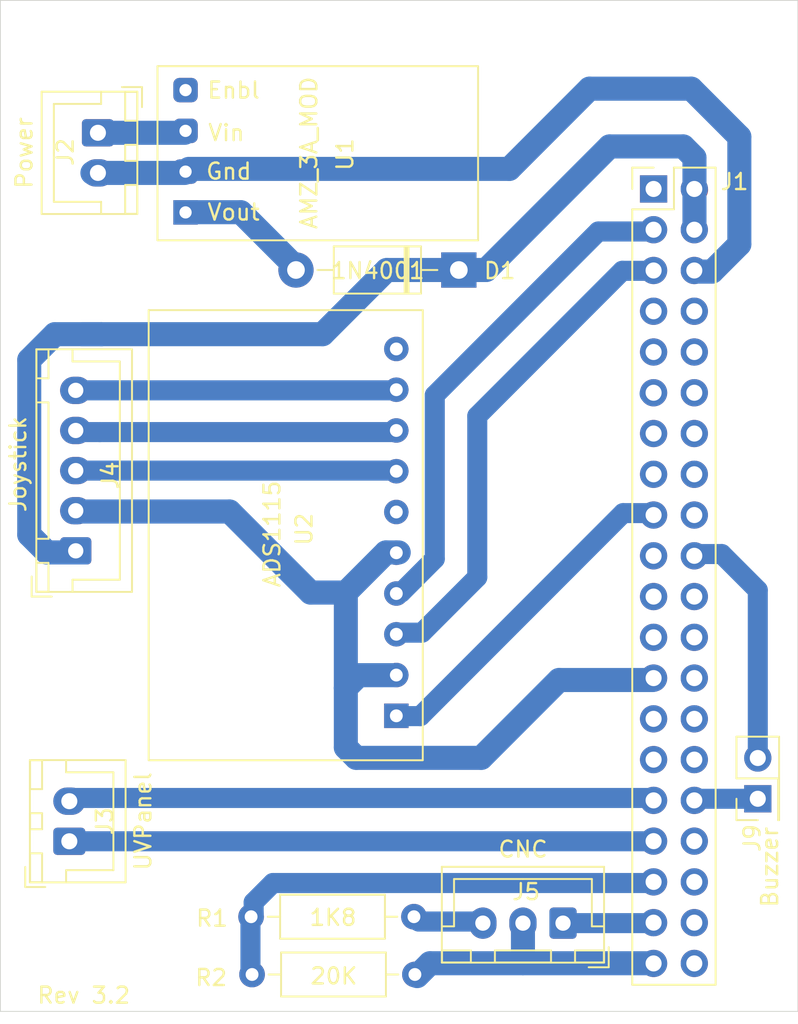
<source format=kicad_pcb>
(kicad_pcb (version 20171130) (host pcbnew "(5.1.8-0-10_14)")

  (general
    (thickness 1.6)
    (drawings 5)
    (tracks 121)
    (zones 0)
    (modules 11)
    (nets 41)
  )

  (page USLetter portrait)
  (layers
    (0 F.Cu signal)
    (1 In1.Cu power hide)
    (2 In2.Cu power hide)
    (31 B.Cu power hide)
    (32 B.Adhes user hide)
    (33 F.Adhes user hide)
    (34 B.Paste user hide)
    (35 F.Paste user hide)
    (36 B.SilkS user hide)
    (37 F.SilkS user)
    (38 B.Mask user hide)
    (39 F.Mask user hide)
    (40 Dwgs.User user hide)
    (41 Cmts.User user hide)
    (42 Eco1.User user hide)
    (43 Eco2.User user hide)
    (44 Edge.Cuts user)
    (45 Margin user hide)
    (46 B.CrtYd user hide)
    (47 F.CrtYd user hide)
    (48 B.Fab user hide)
    (49 F.Fab user hide)
  )

  (setup
    (last_trace_width 1.25)
    (user_trace_width 0.5)
    (user_trace_width 1)
    (user_trace_width 1.5)
    (user_trace_width 2)
    (trace_clearance 0.25)
    (zone_clearance 0.508)
    (zone_45_only no)
    (trace_min 0.2)
    (via_size 0.8)
    (via_drill 0.4)
    (via_min_size 0.4)
    (via_min_drill 0.3)
    (uvia_size 0.3)
    (uvia_drill 0.1)
    (uvias_allowed no)
    (uvia_min_size 0.2)
    (uvia_min_drill 0.1)
    (edge_width 0.05)
    (segment_width 0.2)
    (pcb_text_width 0.3)
    (pcb_text_size 1.5 1.5)
    (mod_edge_width 0.12)
    (mod_text_size 1 1)
    (mod_text_width 0.15)
    (pad_size 1.7 1.7)
    (pad_drill 1)
    (pad_to_mask_clearance 0)
    (aux_axis_origin 10.16 72.136)
    (grid_origin 10.16 72.136)
    (visible_elements FFFEF97F)
    (pcbplotparams
      (layerselection 0x010fc_fffffff9)
      (usegerberextensions false)
      (usegerberattributes true)
      (usegerberadvancedattributes true)
      (creategerberjobfile true)
      (excludeedgelayer true)
      (linewidth 0.100000)
      (plotframeref false)
      (viasonmask false)
      (mode 1)
      (useauxorigin true)
      (hpglpennumber 1)
      (hpglpenspeed 20)
      (hpglpendiameter 15.000000)
      (psnegative false)
      (psa4output false)
      (plotreference true)
      (plotvalue true)
      (plotinvisibletext false)
      (padsonsilk false)
      (subtractmaskfromsilk true)
      (outputformat 1)
      (mirror false)
      (drillshape 0)
      (scaleselection 1)
      (outputdirectory "../gbr/"))
  )

  (net 0 "")
  (net 1 GND)
  (net 2 +5V)
  (net 3 "Net-(J1-Pad40)")
  (net 4 "Net-(J1-Pad38)")
  (net 5 "Net-(J1-Pad36)")
  (net 6 "Net-(J1-Pad28)")
  (net 7 "Net-(J1-Pad27)")
  (net 8 "Net-(J1-Pad26)")
  (net 9 "Net-(J1-Pad24)")
  (net 10 "Net-(J1-Pad22)")
  (net 11 "Net-(J1-Pad18)")
  (net 12 "Net-(J1-Pad16)")
  (net 13 "Net-(J1-Pad12)")
  (net 14 "Net-(J1-Pad10)")
  (net 15 "Net-(J1-Pad7)")
  (net 16 "Net-(D1-Pad2)")
  (net 17 "Net-(U1-Pad4)")
  (net 18 +3V3)
  (net 19 LaserControl)
  (net 20 ZProbe3V3)
  (net 21 SCL)
  (net 22 SDA)
  (net 23 +24V)
  (net 24 ZProbeIn)
  (net 25 Buzzer)
  (net 26 JOYSTICK_SW)
  (net 27 JOYSTICK_Y)
  (net 28 JOYSTICK_X)
  (net 29 "Net-(U2-Pad10)")
  (net 30 "Net-(U2-Pad6)")
  (net 31 "Net-(J1-Pad29)")
  (net 32 "Net-(J1-Pad23)")
  (net 33 "Net-(J1-Pad21)")
  (net 34 "Net-(J1-Pad19)")
  (net 35 "Net-(J1-Pad15)")
  (net 36 "Net-(J1-Pad13)")
  (net 37 "Net-(J1-Pad11)")
  (net 38 UVSafe)
  (net 39 UVExpose)
  (net 40 "Net-(J1-Pad8)")

  (net_class Default "This is the default net class."
    (clearance 0.25)
    (trace_width 1.25)
    (via_dia 0.8)
    (via_drill 0.4)
    (uvia_dia 0.3)
    (uvia_drill 0.1)
    (add_net +24V)
    (add_net +3V3)
    (add_net +5V)
    (add_net Buzzer)
    (add_net GND)
    (add_net JOYSTICK_SW)
    (add_net JOYSTICK_X)
    (add_net JOYSTICK_Y)
    (add_net LaserControl)
    (add_net "Net-(D1-Pad2)")
    (add_net "Net-(J1-Pad10)")
    (add_net "Net-(J1-Pad11)")
    (add_net "Net-(J1-Pad12)")
    (add_net "Net-(J1-Pad13)")
    (add_net "Net-(J1-Pad15)")
    (add_net "Net-(J1-Pad16)")
    (add_net "Net-(J1-Pad18)")
    (add_net "Net-(J1-Pad19)")
    (add_net "Net-(J1-Pad21)")
    (add_net "Net-(J1-Pad22)")
    (add_net "Net-(J1-Pad23)")
    (add_net "Net-(J1-Pad24)")
    (add_net "Net-(J1-Pad26)")
    (add_net "Net-(J1-Pad27)")
    (add_net "Net-(J1-Pad28)")
    (add_net "Net-(J1-Pad29)")
    (add_net "Net-(J1-Pad36)")
    (add_net "Net-(J1-Pad38)")
    (add_net "Net-(J1-Pad40)")
    (add_net "Net-(J1-Pad7)")
    (add_net "Net-(J1-Pad8)")
    (add_net "Net-(U1-Pad4)")
    (add_net "Net-(U2-Pad10)")
    (add_net "Net-(U2-Pad6)")
    (add_net SCL)
    (add_net SDA)
    (add_net UVExpose)
    (add_net UVSafe)
    (add_net ZProbe3V3)
    (add_net ZProbeIn)
  )

  (net_class Power12 ""
    (clearance 0.25)
    (trace_width 2)
    (via_dia 0.8)
    (via_drill 0.4)
    (uvia_dia 0.3)
    (uvia_drill 0.1)
  )

  (net_class Power5 ""
    (clearance 0.25)
    (trace_width 1.25)
    (via_dia 0.8)
    (via_drill 0.4)
    (uvia_dia 0.3)
    (uvia_drill 0.1)
  )

  (module jkoz_custom:Adafruit_ADS1115_Module (layer F.Cu) (tedit 60A3D220) (tstamp 614A5A5C)
    (at 35.26 42.436 90)
    (path /614AA4F0)
    (fp_text reference U2 (at 0.35 -6.15 90) (layer F.SilkS)
      (effects (font (size 1 1) (thickness 0.15)))
    )
    (fp_text value ADS1115 (at 0.05 -8.15 90) (layer F.SilkS)
      (effects (font (size 1 1) (thickness 0.15)))
    )
    (fp_line (start 14 1.25) (end -14.042 1.25) (layer F.SilkS) (width 0.12))
    (fp_line (start 14 1.25) (end 14 -15.85) (layer F.SilkS) (width 0.12))
    (fp_line (start 14 -15.85) (end -14.042 -15.85) (layer F.SilkS) (width 0.12))
    (fp_line (start -14.05 1.25) (end -14.05 -15.85) (layer F.SilkS) (width 0.12))
    (pad 10 thru_hole circle (at 11.58 -0.4 90) (size 1.524 1.524) (drill 0.8) (layers *.Cu *.Mask)
      (net 29 "Net-(U2-Pad10)"))
    (pad 9 thru_hole circle (at 9.04 -0.4 90) (size 1.524 1.524) (drill 0.8) (layers *.Cu *.Mask)
      (net 26 JOYSTICK_SW))
    (pad 8 thru_hole circle (at 6.5 -0.4 90) (size 1.524 1.524) (drill 0.8) (layers *.Cu *.Mask)
      (net 27 JOYSTICK_Y))
    (pad 7 thru_hole circle (at 3.96 -0.4 90) (size 1.524 1.524) (drill 0.8) (layers *.Cu *.Mask)
      (net 28 JOYSTICK_X))
    (pad 6 thru_hole circle (at 1.42 -0.4 90) (size 1.524 1.524) (drill 0.8) (layers *.Cu *.Mask)
      (net 30 "Net-(U2-Pad6)"))
    (pad 5 thru_hole circle (at -1.12 -0.4 90) (size 1.524 1.524) (drill 0.8) (layers *.Cu *.Mask)
      (net 1 GND))
    (pad 4 thru_hole circle (at -3.66 -0.4 90) (size 1.524 1.524) (drill 0.8) (layers *.Cu *.Mask)
      (net 22 SDA))
    (pad 3 thru_hole circle (at -6.2 -0.4 90) (size 1.524 1.524) (drill 0.8) (layers *.Cu *.Mask)
      (net 21 SCL))
    (pad 2 thru_hole circle (at -8.74 -0.4 90) (size 1.524 1.524) (drill 0.8) (layers *.Cu *.Mask)
      (net 1 GND))
    (pad 1 thru_hole rect (at -11.28 -0.4 90) (size 1.524 1.524) (drill 0.8) (layers *.Cu *.Mask)
      (net 18 +3V3))
  )

  (module Connector_JST:JST_XH_B5B-XH-A_1x05_P2.50mm_Vertical (layer F.Cu) (tedit 5C28146C) (tstamp 614A631C)
    (at 14.86 43.436 90)
    (descr "JST XH series connector, B5B-XH-A (http://www.jst-mfg.com/product/pdf/eng/eXH.pdf), generated with kicad-footprint-generator")
    (tags "connector JST XH vertical")
    (path /614AB5E4)
    (fp_text reference J4 (at 4.7 2.15 90) (layer F.SilkS)
      (effects (font (size 1 1) (thickness 0.15)))
    )
    (fp_text value Joystick (at 5.4 -3.6 90) (layer F.SilkS)
      (effects (font (size 1 1) (thickness 0.15)))
    )
    (fp_line (start -2.85 -2.75) (end -2.85 -1.5) (layer F.SilkS) (width 0.12))
    (fp_line (start -1.6 -2.75) (end -2.85 -2.75) (layer F.SilkS) (width 0.12))
    (fp_line (start 11.8 2.75) (end 5 2.75) (layer F.SilkS) (width 0.12))
    (fp_line (start 11.8 -0.2) (end 11.8 2.75) (layer F.SilkS) (width 0.12))
    (fp_line (start 12.55 -0.2) (end 11.8 -0.2) (layer F.SilkS) (width 0.12))
    (fp_line (start -1.8 2.75) (end 5 2.75) (layer F.SilkS) (width 0.12))
    (fp_line (start -1.8 -0.2) (end -1.8 2.75) (layer F.SilkS) (width 0.12))
    (fp_line (start -2.55 -0.2) (end -1.8 -0.2) (layer F.SilkS) (width 0.12))
    (fp_line (start 12.55 -2.45) (end 10.75 -2.45) (layer F.SilkS) (width 0.12))
    (fp_line (start 12.55 -1.7) (end 12.55 -2.45) (layer F.SilkS) (width 0.12))
    (fp_line (start 10.75 -1.7) (end 12.55 -1.7) (layer F.SilkS) (width 0.12))
    (fp_line (start 10.75 -2.45) (end 10.75 -1.7) (layer F.SilkS) (width 0.12))
    (fp_line (start -0.75 -2.45) (end -2.55 -2.45) (layer F.SilkS) (width 0.12))
    (fp_line (start -0.75 -1.7) (end -0.75 -2.45) (layer F.SilkS) (width 0.12))
    (fp_line (start -2.55 -1.7) (end -0.75 -1.7) (layer F.SilkS) (width 0.12))
    (fp_line (start -2.55 -2.45) (end -2.55 -1.7) (layer F.SilkS) (width 0.12))
    (fp_line (start 9.25 -2.45) (end 0.75 -2.45) (layer F.SilkS) (width 0.12))
    (fp_line (start 9.25 -1.7) (end 9.25 -2.45) (layer F.SilkS) (width 0.12))
    (fp_line (start 0.75 -1.7) (end 9.25 -1.7) (layer F.SilkS) (width 0.12))
    (fp_line (start 0.75 -2.45) (end 0.75 -1.7) (layer F.SilkS) (width 0.12))
    (fp_line (start 0 -1.35) (end 0.625 -2.35) (layer F.Fab) (width 0.1))
    (fp_line (start -0.625 -2.35) (end 0 -1.35) (layer F.Fab) (width 0.1))
    (fp_line (start 12.95 -2.85) (end -2.95 -2.85) (layer F.CrtYd) (width 0.05))
    (fp_line (start 12.95 3.9) (end 12.95 -2.85) (layer F.CrtYd) (width 0.05))
    (fp_line (start -2.95 3.9) (end 12.95 3.9) (layer F.CrtYd) (width 0.05))
    (fp_line (start -2.95 -2.85) (end -2.95 3.9) (layer F.CrtYd) (width 0.05))
    (fp_line (start 12.56 -2.46) (end -2.56 -2.46) (layer F.SilkS) (width 0.12))
    (fp_line (start 12.56 3.51) (end 12.56 -2.46) (layer F.SilkS) (width 0.12))
    (fp_line (start -2.56 3.51) (end 12.56 3.51) (layer F.SilkS) (width 0.12))
    (fp_line (start -2.56 -2.46) (end -2.56 3.51) (layer F.SilkS) (width 0.12))
    (fp_line (start 12.45 -2.35) (end -2.45 -2.35) (layer F.Fab) (width 0.1))
    (fp_line (start 12.45 3.4) (end 12.45 -2.35) (layer F.Fab) (width 0.1))
    (fp_line (start -2.45 3.4) (end 12.45 3.4) (layer F.Fab) (width 0.1))
    (fp_line (start -2.45 -2.35) (end -2.45 3.4) (layer F.Fab) (width 0.1))
    (fp_text user %R (at 5 2.7 90) (layer F.Fab)
      (effects (font (size 1 1) (thickness 0.15)))
    )
    (pad 5 thru_hole oval (at 10 0 90) (size 1.7 1.95) (drill 0.95) (layers *.Cu *.Mask)
      (net 26 JOYSTICK_SW))
    (pad 4 thru_hole oval (at 7.5 0 90) (size 1.7 1.95) (drill 0.95) (layers *.Cu *.Mask)
      (net 27 JOYSTICK_Y))
    (pad 3 thru_hole oval (at 5 0 90) (size 1.7 1.95) (drill 0.95) (layers *.Cu *.Mask)
      (net 28 JOYSTICK_X))
    (pad 2 thru_hole oval (at 2.5 0 90) (size 1.7 1.95) (drill 0.95) (layers *.Cu *.Mask)
      (net 1 GND))
    (pad 1 thru_hole roundrect (at 0 0 90) (size 1.7 1.95) (drill 0.95) (layers *.Cu *.Mask) (roundrect_rratio 0.1470588235294118)
      (net 2 +5V))
    (model ${KISYS3DMOD}/Connector_JST.3dshapes/JST_XH_B5B-XH-A_1x05_P2.50mm_Vertical.wrl
      (at (xyz 0 0 0))
      (scale (xyz 1 1 1))
      (rotate (xyz 0 0 0))
    )
  )

  (module Connector_PinHeader_2.54mm:PinHeader_2x01_P2.54mm_Vertical (layer F.Cu) (tedit 59FED5CC) (tstamp 60A967D9)
    (at 57.41 58.886 90)
    (descr "Through hole straight pin header, 2x01, 2.54mm pitch, double rows")
    (tags "Through hole pin header THT 2x01 2.54mm double row")
    (path /60AA1528)
    (fp_text reference J9 (at -2.45 -0.35 90) (layer F.SilkS)
      (effects (font (size 1 1) (thickness 0.15)))
    )
    (fp_text value Buzzer (at -4.25 0.75 90) (layer F.SilkS)
      (effects (font (size 1 1) (thickness 0.15)))
    )
    (fp_line (start 0 -1.27) (end 3.81 -1.27) (layer F.Fab) (width 0.1))
    (fp_line (start 3.81 -1.27) (end 3.81 1.27) (layer F.Fab) (width 0.1))
    (fp_line (start 3.81 1.27) (end -1.27 1.27) (layer F.Fab) (width 0.1))
    (fp_line (start -1.27 1.27) (end -1.27 0) (layer F.Fab) (width 0.1))
    (fp_line (start -1.27 0) (end 0 -1.27) (layer F.Fab) (width 0.1))
    (fp_line (start -1.33 1.33) (end 3.87 1.33) (layer F.SilkS) (width 0.12))
    (fp_line (start -1.33 1.27) (end -1.33 1.33) (layer F.SilkS) (width 0.12))
    (fp_line (start 3.87 -1.33) (end 3.87 1.33) (layer F.SilkS) (width 0.12))
    (fp_line (start -1.33 1.27) (end 1.27 1.27) (layer F.SilkS) (width 0.12))
    (fp_line (start 1.27 1.27) (end 1.27 -1.33) (layer F.SilkS) (width 0.12))
    (fp_line (start 1.27 -1.33) (end 3.87 -1.33) (layer F.SilkS) (width 0.12))
    (fp_line (start -1.33 0) (end -1.33 -1.33) (layer F.SilkS) (width 0.12))
    (fp_line (start -1.33 -1.33) (end 0 -1.33) (layer F.SilkS) (width 0.12))
    (fp_line (start -1.8 -1.8) (end -1.8 1.8) (layer F.CrtYd) (width 0.05))
    (fp_line (start -1.8 1.8) (end 4.35 1.8) (layer F.CrtYd) (width 0.05))
    (fp_line (start 4.35 1.8) (end 4.35 -1.8) (layer F.CrtYd) (width 0.05))
    (fp_line (start 4.35 -1.8) (end -1.8 -1.8) (layer F.CrtYd) (width 0.05))
    (fp_text user %R (at 1.27 0) (layer F.Fab)
      (effects (font (size 1 1) (thickness 0.15)))
    )
    (pad 2 thru_hole oval (at 2.54 0 90) (size 1.7 1.7) (drill 1) (layers *.Cu *.Mask)
      (net 1 GND))
    (pad 1 thru_hole rect (at 0 0 90) (size 1.7 1.7) (drill 1) (layers *.Cu *.Mask)
      (net 25 Buzzer))
    (model ${KISYS3DMOD}/Connector_PinHeader_2.54mm.3dshapes/PinHeader_2x01_P2.54mm_Vertical.wrl
      (at (xyz 0 0 0))
      (scale (xyz 1 1 1))
      (rotate (xyz 0 0 0))
    )
  )

  (module Resistor_THT:R_Axial_DIN0207_L6.3mm_D2.5mm_P10.16mm_Horizontal (layer F.Cu) (tedit 5AE5139B) (tstamp 615B40EC)
    (at 25.86 69.836)
    (descr "Resistor, Axial_DIN0207 series, Axial, Horizontal, pin pitch=10.16mm, 0.25W = 1/4W, length*diameter=6.3*2.5mm^2, http://cdn-reichelt.de/documents/datenblatt/B400/1_4W%23YAG.pdf")
    (tags "Resistor Axial_DIN0207 series Axial Horizontal pin pitch 10.16mm 0.25W = 1/4W length 6.3mm diameter 2.5mm")
    (path /60A42846)
    (fp_text reference R2 (at -2.55 0.2) (layer F.SilkS)
      (effects (font (size 1 1) (thickness 0.15)))
    )
    (fp_text value 20K (at 5.1 0.1) (layer F.SilkS)
      (effects (font (size 1 1) (thickness 0.15)))
    )
    (fp_line (start 11.21 -1.5) (end -1.05 -1.5) (layer F.CrtYd) (width 0.05))
    (fp_line (start 11.21 1.5) (end 11.21 -1.5) (layer F.CrtYd) (width 0.05))
    (fp_line (start -1.05 1.5) (end 11.21 1.5) (layer F.CrtYd) (width 0.05))
    (fp_line (start -1.05 -1.5) (end -1.05 1.5) (layer F.CrtYd) (width 0.05))
    (fp_line (start 9.12 0) (end 8.35 0) (layer F.SilkS) (width 0.12))
    (fp_line (start 1.04 0) (end 1.81 0) (layer F.SilkS) (width 0.12))
    (fp_line (start 8.35 -1.37) (end 1.81 -1.37) (layer F.SilkS) (width 0.12))
    (fp_line (start 8.35 1.37) (end 8.35 -1.37) (layer F.SilkS) (width 0.12))
    (fp_line (start 1.81 1.37) (end 8.35 1.37) (layer F.SilkS) (width 0.12))
    (fp_line (start 1.81 -1.37) (end 1.81 1.37) (layer F.SilkS) (width 0.12))
    (fp_line (start 10.16 0) (end 8.23 0) (layer F.Fab) (width 0.1))
    (fp_line (start 0 0) (end 1.93 0) (layer F.Fab) (width 0.1))
    (fp_line (start 8.23 -1.25) (end 1.93 -1.25) (layer F.Fab) (width 0.1))
    (fp_line (start 8.23 1.25) (end 8.23 -1.25) (layer F.Fab) (width 0.1))
    (fp_line (start 1.93 1.25) (end 8.23 1.25) (layer F.Fab) (width 0.1))
    (fp_line (start 1.93 -1.25) (end 1.93 1.25) (layer F.Fab) (width 0.1))
    (fp_text user %R (at 5.25 2.25) (layer F.Fab)
      (effects (font (size 1 1) (thickness 0.15)))
    )
    (pad 2 thru_hole oval (at 10.16 0) (size 1.6 1.6) (drill 0.8) (layers *.Cu *.Mask)
      (net 1 GND))
    (pad 1 thru_hole circle (at 0 0) (size 1.6 1.6) (drill 0.8) (layers *.Cu *.Mask)
      (net 20 ZProbe3V3))
    (model ${KISYS3DMOD}/Resistor_THT.3dshapes/R_Axial_DIN0207_L6.3mm_D2.5mm_P10.16mm_Horizontal.wrl
      (at (xyz 0 0 0))
      (scale (xyz 1 1 1))
      (rotate (xyz 0 0 0))
    )
  )

  (module Resistor_THT:R_Axial_DIN0207_L6.3mm_D2.5mm_P10.16mm_Horizontal (layer F.Cu) (tedit 5AE5139B) (tstamp 615B4345)
    (at 35.96 66.236 180)
    (descr "Resistor, Axial_DIN0207 series, Axial, Horizontal, pin pitch=10.16mm, 0.25W = 1/4W, length*diameter=6.3*2.5mm^2, http://cdn-reichelt.de/documents/datenblatt/B400/1_4W%23YAG.pdf")
    (tags "Resistor Axial_DIN0207 series Axial Horizontal pin pitch 10.16mm 0.25W = 1/4W length 6.3mm diameter 2.5mm")
    (path /60A41BEC)
    (fp_text reference R1 (at 12.6 -0.1) (layer F.SilkS)
      (effects (font (size 1 1) (thickness 0.15)))
    )
    (fp_text value 1K8 (at 5.05 -0.05) (layer F.SilkS)
      (effects (font (size 1 1) (thickness 0.15)))
    )
    (fp_line (start 11.21 -1.5) (end -1.05 -1.5) (layer F.CrtYd) (width 0.05))
    (fp_line (start 11.21 1.5) (end 11.21 -1.5) (layer F.CrtYd) (width 0.05))
    (fp_line (start -1.05 1.5) (end 11.21 1.5) (layer F.CrtYd) (width 0.05))
    (fp_line (start -1.05 -1.5) (end -1.05 1.5) (layer F.CrtYd) (width 0.05))
    (fp_line (start 9.12 0) (end 8.35 0) (layer F.SilkS) (width 0.12))
    (fp_line (start 1.04 0) (end 1.81 0) (layer F.SilkS) (width 0.12))
    (fp_line (start 8.35 -1.37) (end 1.81 -1.37) (layer F.SilkS) (width 0.12))
    (fp_line (start 8.35 1.37) (end 8.35 -1.37) (layer F.SilkS) (width 0.12))
    (fp_line (start 1.81 1.37) (end 8.35 1.37) (layer F.SilkS) (width 0.12))
    (fp_line (start 1.81 -1.37) (end 1.81 1.37) (layer F.SilkS) (width 0.12))
    (fp_line (start 10.16 0) (end 8.23 0) (layer F.Fab) (width 0.1))
    (fp_line (start 0 0) (end 1.93 0) (layer F.Fab) (width 0.1))
    (fp_line (start 8.23 -1.25) (end 1.93 -1.25) (layer F.Fab) (width 0.1))
    (fp_line (start 8.23 1.25) (end 8.23 -1.25) (layer F.Fab) (width 0.1))
    (fp_line (start 1.93 1.25) (end 8.23 1.25) (layer F.Fab) (width 0.1))
    (fp_line (start 1.93 -1.25) (end 1.93 1.25) (layer F.Fab) (width 0.1))
    (fp_text user %R (at 5.25 2.25) (layer F.Fab)
      (effects (font (size 1 1) (thickness 0.15)))
    )
    (pad 2 thru_hole oval (at 10.16 0 180) (size 1.6 1.6) (drill 0.8) (layers *.Cu *.Mask)
      (net 20 ZProbe3V3))
    (pad 1 thru_hole circle (at 0 0 180) (size 1.6 1.6) (drill 0.8) (layers *.Cu *.Mask)
      (net 24 ZProbeIn))
    (model ${KISYS3DMOD}/Resistor_THT.3dshapes/R_Axial_DIN0207_L6.3mm_D2.5mm_P10.16mm_Horizontal.wrl
      (at (xyz 0 0 0))
      (scale (xyz 1 1 1))
      (rotate (xyz 0 0 0))
    )
  )

  (module Connector_JST:JST_XH_B3B-XH-A_1x03_P2.50mm_Vertical (layer F.Cu) (tedit 5C28146C) (tstamp 60A32026)
    (at 45.26 66.636 180)
    (descr "JST XH series connector, B3B-XH-A (http://www.jst-mfg.com/product/pdf/eng/eXH.pdf), generated with kicad-footprint-generator")
    (tags "connector JST XH vertical")
    (path /60A35B49)
    (fp_text reference J5 (at 2.3 1.95) (layer F.SilkS)
      (effects (font (size 1 1) (thickness 0.15)))
    )
    (fp_text value CNC (at 2.5 4.6) (layer F.SilkS)
      (effects (font (size 1 1) (thickness 0.15)))
    )
    (fp_line (start -2.85 -2.75) (end -2.85 -1.5) (layer F.SilkS) (width 0.12))
    (fp_line (start -1.6 -2.75) (end -2.85 -2.75) (layer F.SilkS) (width 0.12))
    (fp_line (start 6.8 2.75) (end 2.5 2.75) (layer F.SilkS) (width 0.12))
    (fp_line (start 6.8 -0.2) (end 6.8 2.75) (layer F.SilkS) (width 0.12))
    (fp_line (start 7.55 -0.2) (end 6.8 -0.2) (layer F.SilkS) (width 0.12))
    (fp_line (start -1.8 2.75) (end 2.5 2.75) (layer F.SilkS) (width 0.12))
    (fp_line (start -1.8 -0.2) (end -1.8 2.75) (layer F.SilkS) (width 0.12))
    (fp_line (start -2.55 -0.2) (end -1.8 -0.2) (layer F.SilkS) (width 0.12))
    (fp_line (start 7.55 -2.45) (end 5.75 -2.45) (layer F.SilkS) (width 0.12))
    (fp_line (start 7.55 -1.7) (end 7.55 -2.45) (layer F.SilkS) (width 0.12))
    (fp_line (start 5.75 -1.7) (end 7.55 -1.7) (layer F.SilkS) (width 0.12))
    (fp_line (start 5.75 -2.45) (end 5.75 -1.7) (layer F.SilkS) (width 0.12))
    (fp_line (start -0.75 -2.45) (end -2.55 -2.45) (layer F.SilkS) (width 0.12))
    (fp_line (start -0.75 -1.7) (end -0.75 -2.45) (layer F.SilkS) (width 0.12))
    (fp_line (start -2.55 -1.7) (end -0.75 -1.7) (layer F.SilkS) (width 0.12))
    (fp_line (start -2.55 -2.45) (end -2.55 -1.7) (layer F.SilkS) (width 0.12))
    (fp_line (start 4.25 -2.45) (end 0.75 -2.45) (layer F.SilkS) (width 0.12))
    (fp_line (start 4.25 -1.7) (end 4.25 -2.45) (layer F.SilkS) (width 0.12))
    (fp_line (start 0.75 -1.7) (end 4.25 -1.7) (layer F.SilkS) (width 0.12))
    (fp_line (start 0.75 -2.45) (end 0.75 -1.7) (layer F.SilkS) (width 0.12))
    (fp_line (start 0 -1.35) (end 0.625 -2.35) (layer F.Fab) (width 0.1))
    (fp_line (start -0.625 -2.35) (end 0 -1.35) (layer F.Fab) (width 0.1))
    (fp_line (start 7.95 -2.85) (end -2.95 -2.85) (layer F.CrtYd) (width 0.05))
    (fp_line (start 7.95 3.9) (end 7.95 -2.85) (layer F.CrtYd) (width 0.05))
    (fp_line (start -2.95 3.9) (end 7.95 3.9) (layer F.CrtYd) (width 0.05))
    (fp_line (start -2.95 -2.85) (end -2.95 3.9) (layer F.CrtYd) (width 0.05))
    (fp_line (start 7.56 -2.46) (end -2.56 -2.46) (layer F.SilkS) (width 0.12))
    (fp_line (start 7.56 3.51) (end 7.56 -2.46) (layer F.SilkS) (width 0.12))
    (fp_line (start -2.56 3.51) (end 7.56 3.51) (layer F.SilkS) (width 0.12))
    (fp_line (start -2.56 -2.46) (end -2.56 3.51) (layer F.SilkS) (width 0.12))
    (fp_line (start 7.45 -2.35) (end -2.45 -2.35) (layer F.Fab) (width 0.1))
    (fp_line (start 7.45 3.4) (end 7.45 -2.35) (layer F.Fab) (width 0.1))
    (fp_line (start -2.45 3.4) (end 7.45 3.4) (layer F.Fab) (width 0.1))
    (fp_line (start -2.45 -2.35) (end -2.45 3.4) (layer F.Fab) (width 0.1))
    (fp_text user %R (at 2.5 2.7) (layer F.Fab)
      (effects (font (size 1 1) (thickness 0.15)))
    )
    (pad 3 thru_hole oval (at 5 0 180) (size 1.7 1.95) (drill 0.95) (layers *.Cu *.Mask)
      (net 24 ZProbeIn))
    (pad 2 thru_hole oval (at 2.5 0 180) (size 1.7 1.95) (drill 0.95) (layers *.Cu *.Mask)
      (net 1 GND))
    (pad 1 thru_hole roundrect (at 0 0 180) (size 1.7 1.95) (drill 0.95) (layers *.Cu *.Mask) (roundrect_rratio 0.1470588235294118)
      (net 19 LaserControl))
    (model ${KISYS3DMOD}/Connector_JST.3dshapes/JST_XH_B3B-XH-A_1x03_P2.50mm_Vertical.wrl
      (at (xyz 0 0 0))
      (scale (xyz 1 1 1))
      (rotate (xyz 0 0 0))
    )
  )

  (module pcb_etcher:PinSocket_2x20_P2.54mm_BacksideMount (layer F.Cu) (tedit 605671C0) (tstamp 60A31BD6)
    (at 50.91 20.886)
    (descr "Through hole straight pin header, 2x20, 2.54mm pitch, double rows")
    (tags "Through hole pin header THT 2x20 2.54mm double row")
    (path /603A8104)
    (fp_text reference J1 (at 5.05 -0.45) (layer F.SilkS)
      (effects (font (size 1 1) (thickness 0.15)))
    )
    (fp_text value Raspberry_Pi_2_3 (at 5.75 43.5 90) (layer F.Fab)
      (effects (font (size 1 1) (thickness 0.15)))
    )
    (fp_line (start 4.35 -1.8) (end -1.8 -1.8) (layer F.CrtYd) (width 0.05))
    (fp_line (start 4.35 50.05) (end 4.35 -1.8) (layer F.CrtYd) (width 0.05))
    (fp_line (start -1.8 50.05) (end 4.35 50.05) (layer F.CrtYd) (width 0.05))
    (fp_line (start -1.8 -1.8) (end -1.8 50.05) (layer F.CrtYd) (width 0.05))
    (fp_line (start -1.33 -1.33) (end 0 -1.33) (layer F.SilkS) (width 0.12))
    (fp_line (start -1.33 0) (end -1.33 -1.33) (layer F.SilkS) (width 0.12))
    (fp_line (start 1.27 -1.33) (end 3.87 -1.33) (layer F.SilkS) (width 0.12))
    (fp_line (start 1.27 1.27) (end 1.27 -1.33) (layer F.SilkS) (width 0.12))
    (fp_line (start -1.33 1.27) (end 1.27 1.27) (layer F.SilkS) (width 0.12))
    (fp_line (start 3.87 -1.33) (end 3.87 49.59) (layer F.SilkS) (width 0.12))
    (fp_line (start -1.33 1.27) (end -1.33 49.59) (layer F.SilkS) (width 0.12))
    (fp_line (start -1.33 49.59) (end 3.87 49.59) (layer F.SilkS) (width 0.12))
    (fp_line (start -1.27 0) (end 0 -1.27) (layer F.Fab) (width 0.1))
    (fp_line (start -1.27 49.53) (end -1.27 0) (layer F.Fab) (width 0.1))
    (fp_line (start 3.81 49.53) (end -1.27 49.53) (layer F.Fab) (width 0.1))
    (fp_line (start 3.81 -1.27) (end 3.81 49.53) (layer F.Fab) (width 0.1))
    (fp_line (start 0 -1.27) (end 3.81 -1.27) (layer F.Fab) (width 0.1))
    (fp_text user J1 (at 1.27 24.13 90) (layer F.Fab) hide
      (effects (font (size 1 1) (thickness 0.15)))
    )
    (fp_text user %R (at 1.27 24.13 90) (layer F.Fab) hide
      (effects (font (size 1 1) (thickness 0.15)))
    )
    (pad 40 thru_hole oval (at 2.54 48.26) (size 1.7 1.7) (drill 1) (layers *.Cu *.Mask)
      (net 3 "Net-(J1-Pad40)"))
    (pad 39 thru_hole oval (at 0 48.26) (size 1.7 1.7) (drill 1) (layers *.Cu *.Mask)
      (net 1 GND))
    (pad 38 thru_hole oval (at 2.54 45.72) (size 1.7 1.7) (drill 1) (layers *.Cu *.Mask)
      (net 4 "Net-(J1-Pad38)"))
    (pad 37 thru_hole oval (at 0 45.72) (size 1.7 1.7) (drill 1) (layers *.Cu *.Mask)
      (net 19 LaserControl))
    (pad 36 thru_hole oval (at 2.54 43.18) (size 1.7 1.7) (drill 1) (layers *.Cu *.Mask)
      (net 5 "Net-(J1-Pad36)"))
    (pad 35 thru_hole oval (at 0 43.18) (size 1.7 1.7) (drill 1) (layers *.Cu *.Mask)
      (net 20 ZProbe3V3))
    (pad 34 thru_hole oval (at 2.54 40.64) (size 1.7 1.7) (drill 1) (layers *.Cu *.Mask)
      (net 1 GND))
    (pad 33 thru_hole oval (at 0 40.64) (size 1.7 1.7) (drill 1) (layers *.Cu *.Mask)
      (net 38 UVSafe))
    (pad 32 thru_hole oval (at 2.54 38.1) (size 1.7 1.7) (drill 1) (layers *.Cu *.Mask)
      (net 25 Buzzer))
    (pad 31 thru_hole oval (at 0 38.1) (size 1.7 1.7) (drill 1) (layers *.Cu *.Mask)
      (net 39 UVExpose))
    (pad 30 thru_hole oval (at 2.54 35.56) (size 1.7 1.7) (drill 1) (layers *.Cu *.Mask)
      (net 1 GND))
    (pad 29 thru_hole oval (at 0 35.56) (size 1.7 1.7) (drill 1) (layers *.Cu *.Mask)
      (net 31 "Net-(J1-Pad29)"))
    (pad 28 thru_hole oval (at 2.54 33.02) (size 1.7 1.7) (drill 1) (layers *.Cu *.Mask)
      (net 6 "Net-(J1-Pad28)"))
    (pad 27 thru_hole oval (at 0 33.02) (size 1.7 1.7) (drill 1) (layers *.Cu *.Mask)
      (net 7 "Net-(J1-Pad27)"))
    (pad 26 thru_hole oval (at 2.54 30.48) (size 1.7 1.7) (drill 1) (layers *.Cu *.Mask)
      (net 8 "Net-(J1-Pad26)"))
    (pad 25 thru_hole oval (at 0 30.48) (size 1.7 1.7) (drill 1) (layers *.Cu *.Mask)
      (net 1 GND))
    (pad 24 thru_hole oval (at 2.54 27.94) (size 1.7 1.7) (drill 1) (layers *.Cu *.Mask)
      (net 9 "Net-(J1-Pad24)"))
    (pad 23 thru_hole oval (at 0 27.94) (size 1.7 1.7) (drill 1) (layers *.Cu *.Mask)
      (net 32 "Net-(J1-Pad23)"))
    (pad 22 thru_hole oval (at 2.54 25.4) (size 1.7 1.7) (drill 1) (layers *.Cu *.Mask)
      (net 10 "Net-(J1-Pad22)"))
    (pad 21 thru_hole oval (at 0 25.4) (size 1.7 1.7) (drill 1) (layers *.Cu *.Mask)
      (net 33 "Net-(J1-Pad21)"))
    (pad 20 thru_hole oval (at 2.54 22.86) (size 1.7 1.7) (drill 1) (layers *.Cu *.Mask)
      (net 1 GND))
    (pad 19 thru_hole oval (at 0 22.86) (size 1.7 1.7) (drill 1) (layers *.Cu *.Mask)
      (net 34 "Net-(J1-Pad19)"))
    (pad 18 thru_hole oval (at 2.54 20.32) (size 1.7 1.7) (drill 1) (layers *.Cu *.Mask)
      (net 11 "Net-(J1-Pad18)"))
    (pad 17 thru_hole oval (at 0 20.32) (size 1.7 1.7) (drill 1) (layers *.Cu *.Mask)
      (net 18 +3V3))
    (pad 16 thru_hole oval (at 2.54 17.78) (size 1.7 1.7) (drill 1) (layers *.Cu *.Mask)
      (net 12 "Net-(J1-Pad16)"))
    (pad 15 thru_hole oval (at 0 17.78) (size 1.7 1.7) (drill 1) (layers *.Cu *.Mask)
      (net 35 "Net-(J1-Pad15)"))
    (pad 14 thru_hole oval (at 2.54 15.24) (size 1.7 1.7) (drill 1) (layers *.Cu *.Mask)
      (net 1 GND))
    (pad 13 thru_hole oval (at 0 15.24) (size 1.7 1.7) (drill 1) (layers *.Cu *.Mask)
      (net 36 "Net-(J1-Pad13)"))
    (pad 12 thru_hole oval (at 2.54 12.7) (size 1.7 1.7) (drill 1) (layers *.Cu *.Mask)
      (net 13 "Net-(J1-Pad12)"))
    (pad 11 thru_hole oval (at 0 12.7) (size 1.7 1.7) (drill 1) (layers *.Cu *.Mask)
      (net 37 "Net-(J1-Pad11)"))
    (pad 10 thru_hole oval (at 2.54 10.16) (size 1.7 1.7) (drill 1) (layers *.Cu *.Mask)
      (net 14 "Net-(J1-Pad10)"))
    (pad 9 thru_hole oval (at 0 10.16) (size 1.7 1.7) (drill 1) (layers *.Cu *.Mask)
      (net 1 GND))
    (pad 8 thru_hole oval (at 2.54 7.62) (size 1.7 1.7) (drill 1) (layers *.Cu *.Mask)
      (net 40 "Net-(J1-Pad8)"))
    (pad 7 thru_hole oval (at 0 7.62) (size 1.7 1.7) (drill 1) (layers *.Cu *.Mask)
      (net 15 "Net-(J1-Pad7)"))
    (pad 6 thru_hole oval (at 2.54 5.08) (size 1.7 1.7) (drill 1) (layers *.Cu *.Mask)
      (net 1 GND))
    (pad 5 thru_hole oval (at 0 5.08) (size 1.7 1.7) (drill 1) (layers *.Cu *.Mask)
      (net 21 SCL))
    (pad 4 thru_hole oval (at 2.54 2.54) (size 1.7 1.7) (drill 1) (layers *.Cu *.Mask)
      (net 2 +5V))
    (pad 3 thru_hole oval (at 0 2.54) (size 1.7 1.7) (drill 1) (layers *.Cu *.Mask)
      (net 22 SDA))
    (pad 2 thru_hole oval (at 2.54 0) (size 1.7 1.7) (drill 1) (layers *.Cu *.Mask)
      (net 2 +5V))
    (pad 1 thru_hole rect (at 0 0) (size 1.7 1.7) (drill 1) (layers *.Cu *.Mask)
      (net 18 +3V3))
    (model ${KISYS3DMOD}/Connector_PinHeader_2.54mm.3dshapes/PinHeader_2x20_P2.54mm_Vertical.wrl
      (at (xyz 0 0 0))
      (scale (xyz 1 1 1))
      (rotate (xyz 0 0 0))
    )
  )

  (module Connector_JST:JST_XH_B2B-XH-A_1x02_P2.50mm_Vertical (layer F.Cu) (tedit 5C28146C) (tstamp 60A31E30)
    (at 14.46 61.536 90)
    (descr "JST XH series connector, B2B-XH-A (http://www.jst-mfg.com/product/pdf/eng/eXH.pdf), generated with kicad-footprint-generator")
    (tags "connector JST XH vertical")
    (path /614A40F2)
    (fp_text reference J3 (at 1.25 2.2 90) (layer F.SilkS)
      (effects (font (size 1 1) (thickness 0.15)))
    )
    (fp_text value UVPanel (at 1.25 4.6 90) (layer F.SilkS)
      (effects (font (size 1 1) (thickness 0.15)))
    )
    (fp_line (start -2.45 -2.35) (end -2.45 3.4) (layer F.Fab) (width 0.1))
    (fp_line (start -2.45 3.4) (end 4.95 3.4) (layer F.Fab) (width 0.1))
    (fp_line (start 4.95 3.4) (end 4.95 -2.35) (layer F.Fab) (width 0.1))
    (fp_line (start 4.95 -2.35) (end -2.45 -2.35) (layer F.Fab) (width 0.1))
    (fp_line (start -2.56 -2.46) (end -2.56 3.51) (layer F.SilkS) (width 0.12))
    (fp_line (start -2.56 3.51) (end 5.06 3.51) (layer F.SilkS) (width 0.12))
    (fp_line (start 5.06 3.51) (end 5.06 -2.46) (layer F.SilkS) (width 0.12))
    (fp_line (start 5.06 -2.46) (end -2.56 -2.46) (layer F.SilkS) (width 0.12))
    (fp_line (start -2.95 -2.85) (end -2.95 3.9) (layer F.CrtYd) (width 0.05))
    (fp_line (start -2.95 3.9) (end 5.45 3.9) (layer F.CrtYd) (width 0.05))
    (fp_line (start 5.45 3.9) (end 5.45 -2.85) (layer F.CrtYd) (width 0.05))
    (fp_line (start 5.45 -2.85) (end -2.95 -2.85) (layer F.CrtYd) (width 0.05))
    (fp_line (start -0.625 -2.35) (end 0 -1.35) (layer F.Fab) (width 0.1))
    (fp_line (start 0 -1.35) (end 0.625 -2.35) (layer F.Fab) (width 0.1))
    (fp_line (start 0.75 -2.45) (end 0.75 -1.7) (layer F.SilkS) (width 0.12))
    (fp_line (start 0.75 -1.7) (end 1.75 -1.7) (layer F.SilkS) (width 0.12))
    (fp_line (start 1.75 -1.7) (end 1.75 -2.45) (layer F.SilkS) (width 0.12))
    (fp_line (start 1.75 -2.45) (end 0.75 -2.45) (layer F.SilkS) (width 0.12))
    (fp_line (start -2.55 -2.45) (end -2.55 -1.7) (layer F.SilkS) (width 0.12))
    (fp_line (start -2.55 -1.7) (end -0.75 -1.7) (layer F.SilkS) (width 0.12))
    (fp_line (start -0.75 -1.7) (end -0.75 -2.45) (layer F.SilkS) (width 0.12))
    (fp_line (start -0.75 -2.45) (end -2.55 -2.45) (layer F.SilkS) (width 0.12))
    (fp_line (start 3.25 -2.45) (end 3.25 -1.7) (layer F.SilkS) (width 0.12))
    (fp_line (start 3.25 -1.7) (end 5.05 -1.7) (layer F.SilkS) (width 0.12))
    (fp_line (start 5.05 -1.7) (end 5.05 -2.45) (layer F.SilkS) (width 0.12))
    (fp_line (start 5.05 -2.45) (end 3.25 -2.45) (layer F.SilkS) (width 0.12))
    (fp_line (start -2.55 -0.2) (end -1.8 -0.2) (layer F.SilkS) (width 0.12))
    (fp_line (start -1.8 -0.2) (end -1.8 2.75) (layer F.SilkS) (width 0.12))
    (fp_line (start -1.8 2.75) (end 1.25 2.75) (layer F.SilkS) (width 0.12))
    (fp_line (start 5.05 -0.2) (end 4.3 -0.2) (layer F.SilkS) (width 0.12))
    (fp_line (start 4.3 -0.2) (end 4.3 2.75) (layer F.SilkS) (width 0.12))
    (fp_line (start 4.3 2.75) (end 1.25 2.75) (layer F.SilkS) (width 0.12))
    (fp_line (start -1.6 -2.75) (end -2.85 -2.75) (layer F.SilkS) (width 0.12))
    (fp_line (start -2.85 -2.75) (end -2.85 -1.5) (layer F.SilkS) (width 0.12))
    (fp_text user %R (at 1.25 2.7 90) (layer F.Fab)
      (effects (font (size 1 1) (thickness 0.15)))
    )
    (pad 2 thru_hole oval (at 2.5 0 90) (size 1.7 2) (drill 1) (layers *.Cu *.Mask)
      (net 39 UVExpose))
    (pad 1 thru_hole roundrect (at 0 0 90) (size 1.7 2) (drill 1) (layers *.Cu *.Mask) (roundrect_rratio 0.1470588235294118)
      (net 38 UVSafe))
    (model ${KISYS3DMOD}/Connector_JST.3dshapes/JST_XH_B2B-XH-A_1x02_P2.50mm_Vertical.wrl
      (at (xyz 0 0 0))
      (scale (xyz 1 1 1))
      (rotate (xyz 0 0 0))
    )
  )

  (module jkoz_custom:Amazon_3A_Power_Module (layer F.Cu) (tedit 6041531D) (tstamp 60A31CD9)
    (at 29.66 18.636 90)
    (path /60426F45)
    (fp_text reference U1 (at -0.1 2 90) (layer F.SilkS)
      (effects (font (size 1 1) (thickness 0.15)))
    )
    (fp_text value AMZ_3A_MOD (at 0 -0.25 90) (layer F.SilkS)
      (effects (font (size 1 1) (thickness 0.15)))
    )
    (fp_line (start -5.45 -9.7) (end 5.4 -9.7) (layer F.SilkS) (width 0.12))
    (fp_line (start 5.4 -9.7) (end 5.4 10.3) (layer F.SilkS) (width 0.12))
    (fp_line (start 5.4 10.3) (end -5.45 10.3) (layer F.SilkS) (width 0.12))
    (fp_line (start -5.45 10.3) (end -5.45 -9.7) (layer F.SilkS) (width 0.12))
    (fp_text user Enbl (at 3.9 -4.95) (layer F.SilkS)
      (effects (font (size 1 1) (thickness 0.15)))
    )
    (fp_text user Vin (at 1.25 -5.4) (layer F.SilkS)
      (effects (font (size 1 1) (thickness 0.15)))
    )
    (fp_text user Gnd (at -1.15 -5.25) (layer F.SilkS)
      (effects (font (size 1 1) (thickness 0.15)))
    )
    (fp_text user Vout (at -3.7 -4.95) (layer F.SilkS)
      (effects (font (size 1 1) (thickness 0.15)))
    )
    (pad 4 thru_hole roundrect (at 3.91 -7.95 90) (size 1.524 1.524) (drill 0.762) (layers *.Cu *.Mask) (roundrect_rratio 0.25)
      (net 17 "Net-(U1-Pad4)"))
    (pad 3 thru_hole roundrect (at 1.37 -7.95 90) (size 1.524 1.524) (drill 0.762) (layers *.Cu *.Mask) (roundrect_rratio 0.25)
      (net 23 +24V))
    (pad 2 thru_hole roundrect (at -1.17 -7.95 90) (size 1.524 1.524) (drill 0.762) (layers *.Cu *.Mask) (roundrect_rratio 0.25)
      (net 1 GND))
    (pad 1 thru_hole rect (at -3.71 -7.95 90) (size 1.524 1.524) (drill 0.762) (layers *.Cu *.Mask)
      (net 16 "Net-(D1-Pad2)"))
  )

  (module Diode_THT:D_DO-41_SOD81_P10.16mm_Horizontal (layer F.Cu) (tedit 5AE50CD5) (tstamp 614A2EAC)
    (at 38.76 25.936 180)
    (descr "Diode, DO-41_SOD81 series, Axial, Horizontal, pin pitch=10.16mm, , length*diameter=5.2*2.7mm^2, , http://www.diodes.com/_files/packages/DO-41%20(Plastic).pdf")
    (tags "Diode DO-41_SOD81 series Axial Horizontal pin pitch 10.16mm  length 5.2mm diameter 2.7mm")
    (path /5FD171A4)
    (fp_text reference D1 (at -2.55 -0.05) (layer F.SilkS)
      (effects (font (size 1 1) (thickness 0.15)))
    )
    (fp_text value 1N4001 (at 5.05 -0.05) (layer F.SilkS)
      (effects (font (size 1 1) (thickness 0.15)))
    )
    (fp_line (start 2.48 -1.35) (end 2.48 1.35) (layer F.Fab) (width 0.1))
    (fp_line (start 2.48 1.35) (end 7.68 1.35) (layer F.Fab) (width 0.1))
    (fp_line (start 7.68 1.35) (end 7.68 -1.35) (layer F.Fab) (width 0.1))
    (fp_line (start 7.68 -1.35) (end 2.48 -1.35) (layer F.Fab) (width 0.1))
    (fp_line (start 0 0) (end 2.48 0) (layer F.Fab) (width 0.1))
    (fp_line (start 10.16 0) (end 7.68 0) (layer F.Fab) (width 0.1))
    (fp_line (start 3.26 -1.35) (end 3.26 1.35) (layer F.Fab) (width 0.1))
    (fp_line (start 3.36 -1.35) (end 3.36 1.35) (layer F.Fab) (width 0.1))
    (fp_line (start 3.16 -1.35) (end 3.16 1.35) (layer F.Fab) (width 0.1))
    (fp_line (start 2.36 -1.47) (end 2.36 1.47) (layer F.SilkS) (width 0.12))
    (fp_line (start 2.36 1.47) (end 7.8 1.47) (layer F.SilkS) (width 0.12))
    (fp_line (start 7.8 1.47) (end 7.8 -1.47) (layer F.SilkS) (width 0.12))
    (fp_line (start 7.8 -1.47) (end 2.36 -1.47) (layer F.SilkS) (width 0.12))
    (fp_line (start 1.34 0) (end 2.36 0) (layer F.SilkS) (width 0.12))
    (fp_line (start 8.82 0) (end 7.8 0) (layer F.SilkS) (width 0.12))
    (fp_line (start 3.26 -1.47) (end 3.26 1.47) (layer F.SilkS) (width 0.12))
    (fp_line (start 3.38 -1.47) (end 3.38 1.47) (layer F.SilkS) (width 0.12))
    (fp_line (start 3.14 -1.47) (end 3.14 1.47) (layer F.SilkS) (width 0.12))
    (fp_line (start -1.35 -1.6) (end -1.35 1.6) (layer F.CrtYd) (width 0.05))
    (fp_line (start -1.35 1.6) (end 11.51 1.6) (layer F.CrtYd) (width 0.05))
    (fp_line (start 11.51 1.6) (end 11.51 -1.6) (layer F.CrtYd) (width 0.05))
    (fp_line (start 11.51 -1.6) (end -1.35 -1.6) (layer F.CrtYd) (width 0.05))
    (fp_text user K (at -2.3 -0.2) (layer F.CrtYd)
      (effects (font (size 1 1) (thickness 0.15)))
    )
    (fp_text user K (at 0 -2.1) (layer F.Fab)
      (effects (font (size 1 1) (thickness 0.15)))
    )
    (fp_text user %R (at 5.5 2.25) (layer F.Fab)
      (effects (font (size 1 1) (thickness 0.15)))
    )
    (pad 2 thru_hole oval (at 10.16 0 180) (size 2.2 2.2) (drill 1.1) (layers *.Cu *.Mask)
      (net 16 "Net-(D1-Pad2)"))
    (pad 1 thru_hole rect (at 0 0 180) (size 2.2 2.2) (drill 1.1) (layers *.Cu *.Mask)
      (net 2 +5V))
    (model ${KISYS3DMOD}/Diode_THT.3dshapes/D_DO-41_SOD81_P10.16mm_Horizontal.wrl
      (at (xyz 0 0 0))
      (scale (xyz 1 1 1))
      (rotate (xyz 0 0 0))
    )
  )

  (module Connector_JST:JST_XH_B2B-XH-A_1x02_P2.50mm_Vertical (layer F.Cu) (tedit 5C28146C) (tstamp 60A31C7A)
    (at 16.244 17.386 270)
    (descr "JST XH series connector, B2B-XH-A (http://www.jst-mfg.com/product/pdf/eng/eXH.pdf), generated with kicad-footprint-generator")
    (tags "connector JST XH vertical")
    (path /603B31A5)
    (fp_text reference J2 (at 1.2 2.034 90) (layer F.SilkS)
      (effects (font (size 1 1) (thickness 0.15)))
    )
    (fp_text value Power (at 1.25 4.6 90) (layer F.SilkS)
      (effects (font (size 1 1) (thickness 0.15)))
    )
    (fp_line (start -2.85 -2.75) (end -2.85 -1.5) (layer F.SilkS) (width 0.12))
    (fp_line (start -1.6 -2.75) (end -2.85 -2.75) (layer F.SilkS) (width 0.12))
    (fp_line (start 4.3 2.75) (end 1.25 2.75) (layer F.SilkS) (width 0.12))
    (fp_line (start 4.3 -0.2) (end 4.3 2.75) (layer F.SilkS) (width 0.12))
    (fp_line (start 5.05 -0.2) (end 4.3 -0.2) (layer F.SilkS) (width 0.12))
    (fp_line (start -1.8 2.75) (end 1.25 2.75) (layer F.SilkS) (width 0.12))
    (fp_line (start -1.8 -0.2) (end -1.8 2.75) (layer F.SilkS) (width 0.12))
    (fp_line (start -2.55 -0.2) (end -1.8 -0.2) (layer F.SilkS) (width 0.12))
    (fp_line (start 5.05 -2.45) (end 3.25 -2.45) (layer F.SilkS) (width 0.12))
    (fp_line (start 5.05 -1.7) (end 5.05 -2.45) (layer F.SilkS) (width 0.12))
    (fp_line (start 3.25 -1.7) (end 5.05 -1.7) (layer F.SilkS) (width 0.12))
    (fp_line (start 3.25 -2.45) (end 3.25 -1.7) (layer F.SilkS) (width 0.12))
    (fp_line (start -0.75 -2.45) (end -2.55 -2.45) (layer F.SilkS) (width 0.12))
    (fp_line (start -0.75 -1.7) (end -0.75 -2.45) (layer F.SilkS) (width 0.12))
    (fp_line (start -2.55 -1.7) (end -0.75 -1.7) (layer F.SilkS) (width 0.12))
    (fp_line (start -2.55 -2.45) (end -2.55 -1.7) (layer F.SilkS) (width 0.12))
    (fp_line (start 1.75 -2.45) (end 0.75 -2.45) (layer F.SilkS) (width 0.12))
    (fp_line (start 1.75 -1.7) (end 1.75 -2.45) (layer F.SilkS) (width 0.12))
    (fp_line (start 0.75 -1.7) (end 1.75 -1.7) (layer F.SilkS) (width 0.12))
    (fp_line (start 0.75 -2.45) (end 0.75 -1.7) (layer F.SilkS) (width 0.12))
    (fp_line (start 0 -1.35) (end 0.625 -2.35) (layer F.Fab) (width 0.1))
    (fp_line (start -0.625 -2.35) (end 0 -1.35) (layer F.Fab) (width 0.1))
    (fp_line (start 5.45 -2.85) (end -2.95 -2.85) (layer F.CrtYd) (width 0.05))
    (fp_line (start 5.45 3.9) (end 5.45 -2.85) (layer F.CrtYd) (width 0.05))
    (fp_line (start -2.95 3.9) (end 5.45 3.9) (layer F.CrtYd) (width 0.05))
    (fp_line (start -2.95 -2.85) (end -2.95 3.9) (layer F.CrtYd) (width 0.05))
    (fp_line (start 5.06 -2.46) (end -2.56 -2.46) (layer F.SilkS) (width 0.12))
    (fp_line (start 5.06 3.51) (end 5.06 -2.46) (layer F.SilkS) (width 0.12))
    (fp_line (start -2.56 3.51) (end 5.06 3.51) (layer F.SilkS) (width 0.12))
    (fp_line (start -2.56 -2.46) (end -2.56 3.51) (layer F.SilkS) (width 0.12))
    (fp_line (start 4.95 -2.35) (end -2.45 -2.35) (layer F.Fab) (width 0.1))
    (fp_line (start 4.95 3.4) (end 4.95 -2.35) (layer F.Fab) (width 0.1))
    (fp_line (start -2.45 3.4) (end 4.95 3.4) (layer F.Fab) (width 0.1))
    (fp_line (start -2.45 -2.35) (end -2.45 3.4) (layer F.Fab) (width 0.1))
    (fp_text user %R (at 1.25 2.7 90) (layer F.Fab)
      (effects (font (size 1 1) (thickness 0.15)))
    )
    (pad 1 thru_hole roundrect (at 0 0 270) (size 1.7 2) (drill 1) (layers *.Cu *.Mask) (roundrect_rratio 0.1470588235294118)
      (net 23 +24V))
    (pad 2 thru_hole oval (at 2.5 0 270) (size 1.7 2) (drill 1) (layers *.Cu *.Mask)
      (net 1 GND))
    (model ${KISYS3DMOD}/Connector_JST.3dshapes/JST_XH_B2B-XH-A_1x02_P2.50mm_Vertical.wrl
      (at (xyz 0 0 0))
      (scale (xyz 1 1 1))
      (rotate (xyz 0 0 0))
    )
  )

  (gr_text "Rev 3.2" (at 15.36 71.136) (layer F.SilkS)
    (effects (font (size 1 1) (thickness 0.15)))
  )
  (gr_line (start 10.16 72.136) (end 10.16 9.136) (layer Edge.Cuts) (width 0.05) (tstamp 60A31E03))
  (gr_line (start 59.91 72.136) (end 10.16 72.136) (layer Edge.Cuts) (width 0.05) (tstamp 60A31E06))
  (gr_line (start 59.91 9.136) (end 59.91 72.136) (layer Edge.Cuts) (width 0.05) (tstamp 60A31DBE))
  (gr_line (start 10.16 9.136) (end 59.91 9.136) (layer Edge.Cuts) (width 0.05) (tstamp 60A31D43))

  (segment (start 16.16 19.886) (end 15.9 19.886) (width 1.5) (layer B.Cu) (net 1) (tstamp 60A321AB))
  (segment (start 57.41 56.386) (end 57.41 45.886) (width 1.25) (layer B.Cu) (net 1))
  (segment (start 57.41 45.886) (end 55.16 43.636) (width 1.25) (layer B.Cu) (net 1))
  (segment (start 53.66 43.636) (end 55.16 43.636) (width 1.25) (layer B.Cu) (net 1))
  (segment (start 50.91 71.136) (end 51.00999 71.23599) (width 1.25) (layer In1.Cu) (net 1))
  (segment (start 50.91 69.136) (end 50.91 71.136) (width 1.25) (layer In1.Cu) (net 1))
  (segment (start 53.913012 71.23599) (end 56.16 68.989002) (width 1.25) (layer In1.Cu) (net 1))
  (segment (start 51.00999 71.23599) (end 53.913012 71.23599) (width 1.25) (layer In1.Cu) (net 1))
  (segment (start 56.16 68.989002) (end 56.16 62.636) (width 1.25) (layer In1.Cu) (net 1))
  (segment (start 54.91 61.386) (end 53.66 61.386) (width 1.25) (layer In1.Cu) (net 1))
  (segment (start 56.16 62.636) (end 54.91 61.386) (width 1.25) (layer In1.Cu) (net 1))
  (segment (start 54.41 61.636) (end 55.41 60.636) (width 1.25) (layer In1.Cu) (net 1))
  (segment (start 53.41 61.636) (end 54.41 61.636) (width 1.25) (layer In1.Cu) (net 1))
  (segment (start 55.41 58.136) (end 53.66 56.386) (width 1.25) (layer In1.Cu) (net 1))
  (segment (start 55.41 60.636) (end 55.41 58.136) (width 1.25) (layer In1.Cu) (net 1))
  (segment (start 53.41 56.386) (end 55.91 53.886) (width 1.25) (layer In1.Cu) (net 1))
  (segment (start 55.91 53.886) (end 55.91 44.636) (width 1.25) (layer In1.Cu) (net 1))
  (segment (start 55.16 43.886) (end 53.41 43.886) (width 1.25) (layer In1.Cu) (net 1))
  (segment (start 55.91 44.636) (end 55.16 43.886) (width 1.25) (layer In1.Cu) (net 1))
  (segment (start 53.66 43.886) (end 54.16 43.886) (width 1.25) (layer In1.Cu) (net 1))
  (segment (start 54.16 43.886) (end 56.16 41.886) (width 1.25) (layer In1.Cu) (net 1))
  (segment (start 56.16 38.386) (end 53.66 35.886) (width 1.25) (layer In1.Cu) (net 1))
  (segment (start 56.16 41.886) (end 56.16 38.386) (width 1.25) (layer In1.Cu) (net 1))
  (segment (start 53.66 36.136) (end 55.41 36.136) (width 1.25) (layer In1.Cu) (net 1))
  (segment (start 55.41 36.136) (end 56.41 35.136) (width 1.25) (layer In1.Cu) (net 1))
  (segment (start 56.41 28.386) (end 53.91 25.886) (width 1.25) (layer In1.Cu) (net 1))
  (segment (start 56.41 35.136) (end 56.41 28.386) (width 1.25) (layer In1.Cu) (net 1))
  (segment (start 50.91 69.386) (end 49.41 69.386) (width 1.25) (layer In1.Cu) (net 1))
  (segment (start 49.41 69.386) (end 48.41 68.386) (width 1.25) (layer In1.Cu) (net 1))
  (segment (start 48.41 68.386) (end 48.41 52.386) (width 1.25) (layer In1.Cu) (net 1))
  (segment (start 49.41 51.386) (end 50.66 51.386) (width 1.25) (layer In1.Cu) (net 1))
  (segment (start 48.41 52.386) (end 49.41 51.386) (width 1.25) (layer In1.Cu) (net 1))
  (segment (start 50.66 30.886) (end 49.41 30.886) (width 1.25) (layer In1.Cu) (net 1))
  (segment (start 48.41 31.886) (end 48.41 52.386) (width 1.25) (layer In1.Cu) (net 1))
  (segment (start 49.41 30.886) (end 48.41 31.886) (width 1.25) (layer In1.Cu) (net 1))
  (segment (start 16.16 19.886) (end 21.66 19.886) (width 1.5) (layer B.Cu) (net 1))
  (segment (start 42.76 69.136) (end 42.76 66.536) (width 1.5) (layer B.Cu) (net 1))
  (segment (start 50.86 69.136) (end 42.76 69.136) (width 1.5) (layer B.Cu) (net 1))
  (segment (start 21.91 19.636) (end 41.91 19.636) (width 1.5) (layer B.Cu) (net 1))
  (segment (start 41.91 19.636) (end 46.91 14.636) (width 1.5) (layer B.Cu) (net 1))
  (segment (start 53.56 26.036) (end 54.56 26.036) (width 1.5) (layer B.Cu) (net 1))
  (segment (start 46.91 14.636) (end 53.26 14.636) (width 1.5) (layer B.Cu) (net 1))
  (segment (start 53.26 14.636) (end 56.26 17.636) (width 1.5) (layer B.Cu) (net 1))
  (segment (start 56.26 24.336) (end 54.56 26.036) (width 1.5) (layer B.Cu) (net 1))
  (segment (start 56.26 17.636) (end 56.26 24.336) (width 1.5) (layer B.Cu) (net 1))
  (segment (start 36.96 69.136) (end 36.16 69.936) (width 1.5) (layer B.Cu) (net 1))
  (segment (start 42.76 69.136) (end 36.96 69.136) (width 1.5) (layer B.Cu) (net 1))
  (segment (start 32.51 51.186) (end 34.71 51.186) (width 1.5) (layer B.Cu) (net 1))
  (segment (start 32.36 56.336) (end 31.71 55.686) (width 1.5) (layer B.Cu) (net 1))
  (segment (start 31.71 55.686) (end 31.71 51.986) (width 1.5) (layer B.Cu) (net 1))
  (segment (start 31.71 51.986) (end 32.51 51.186) (width 1.5) (layer B.Cu) (net 1))
  (segment (start 50.86 51.486) (end 45.01 51.486) (width 1.5) (layer B.Cu) (net 1))
  (segment (start 40.16 56.336) (end 32.36 56.336) (width 1.5) (layer B.Cu) (net 1))
  (segment (start 45.01 51.486) (end 40.16 56.336) (width 1.5) (layer B.Cu) (net 1))
  (segment (start 31.71 51.986) (end 31.71 46.036) (width 1.5) (layer B.Cu) (net 1))
  (segment (start 34.21 43.536) (end 35.01 43.536) (width 1.5) (layer B.Cu) (net 1))
  (segment (start 31.71 46.036) (end 34.21 43.536) (width 1.5) (layer B.Cu) (net 1))
  (segment (start 31.71 46.036) (end 29.51 46.036) (width 1.5) (layer B.Cu) (net 1))
  (segment (start 24.46 40.986) (end 14.96 40.986) (width 1.5) (layer B.Cu) (net 1))
  (segment (start 29.51 46.036) (end 24.46 40.986) (width 1.5) (layer B.Cu) (net 1))
  (segment (start 53.41 21.136) (end 53.66 20.886) (width 1.25) (layer In1.Cu) (net 2))
  (segment (start 53.41 23.386) (end 53.41 21.136) (width 1.25) (layer In1.Cu) (net 2))
  (segment (start 53.46 21.036) (end 53.56 20.936) (width 1.5) (layer F.Cu) (net 2))
  (segment (start 48.16 18.236) (end 52.76 18.236) (width 1.5) (layer B.Cu) (net 2))
  (segment (start 53.46 18.936) (end 53.46 21.036) (width 1.5) (layer B.Cu) (net 2))
  (segment (start 52.76 18.236) (end 53.46 18.936) (width 1.5) (layer B.Cu) (net 2))
  (segment (start 53.46 20.936) (end 53.46 23.436) (width 1.5) (layer B.Cu) (net 2))
  (segment (start 40.46 25.936) (end 48.16 18.236) (width 1.5) (layer B.Cu) (net 2))
  (segment (start 14.66 43.536) (end 13.06 43.536) (width 1.5) (layer B.Cu) (net 2))
  (segment (start 13.06 43.536) (end 11.96 42.436) (width 1.5) (layer B.Cu) (net 2))
  (segment (start 11.96 42.436) (end 11.96 31.536) (width 1.5) (layer B.Cu) (net 2))
  (segment (start 11.96 31.536) (end 13.56 29.936) (width 1.5) (layer B.Cu) (net 2))
  (segment (start 13.56 29.936) (end 16.46 29.936) (width 1.5) (layer B.Cu) (net 2))
  (segment (start 15.26 29.936) (end 16.46 29.936) (width 1.5) (layer B.Cu) (net 2))
  (segment (start 34.26 25.936) (end 38.56 25.936) (width 1.5) (layer B.Cu) (net 2))
  (segment (start 30.26 29.936) (end 34.26 25.936) (width 1.5) (layer B.Cu) (net 2))
  (segment (start 16.46 29.936) (end 30.26 29.936) (width 1.5) (layer B.Cu) (net 2))
  (segment (start 39.06 25.936) (end 38.96 26.036) (width 1.5) (layer B.Cu) (net 2))
  (segment (start 40.46 25.936) (end 39.06 25.936) (width 1.5) (layer B.Cu) (net 2))
  (segment (start 28.66 25.936) (end 28.66 25.836) (width 1.5) (layer F.Cu) (net 16))
  (segment (start 25.16 22.336) (end 21.86 22.336) (width 1.5) (layer B.Cu) (net 16))
  (segment (start 28.66 25.836) (end 25.16 22.336) (width 1.5) (layer B.Cu) (net 16))
  (segment (start 50.91 41.136) (end 50.41 41.136) (width 1.25) (layer In2.Cu) (net 18))
  (segment (start 50.41 41.136) (end 48.16 38.886) (width 1.25) (layer In2.Cu) (net 18))
  (segment (start 48.16 38.886) (end 48.16 21.886) (width 1.25) (layer In2.Cu) (net 18))
  (segment (start 49.16 20.886) (end 50.66 20.886) (width 1.25) (layer In2.Cu) (net 18))
  (segment (start 48.16 21.886) (end 49.16 20.886) (width 1.25) (layer In2.Cu) (net 18))
  (segment (start 34.96 53.736) (end 36.36 53.736) (width 1.25) (layer B.Cu) (net 18))
  (segment (start 49.01 41.086) (end 50.81 41.086) (width 1.25) (layer B.Cu) (net 18))
  (segment (start 36.36 53.736) (end 49.01 41.086) (width 1.25) (layer B.Cu) (net 18))
  (segment (start 50.66 66.636) (end 50.76 66.736) (width 1.25) (layer B.Cu) (net 19))
  (segment (start 45.26 66.636) (end 50.66 66.636) (width 1.25) (layer B.Cu) (net 19))
  (segment (start 50.86 64.136) (end 27.16 64.136) (width 1.25) (layer B.Cu) (net 20))
  (segment (start 25.96 65.336) (end 25.96 66.136) (width 1.25) (layer B.Cu) (net 20))
  (segment (start 27.16 64.136) (end 25.96 65.336) (width 1.25) (layer B.Cu) (net 20))
  (segment (start 25.76 66.236) (end 25.96 66.036) (width 1.25) (layer B.Cu) (net 20))
  (segment (start 25.76 69.936) (end 25.76 66.236) (width 1.25) (layer B.Cu) (net 20))
  (segment (start 34.76 48.536) (end 36.46 48.536) (width 1.25) (layer B.Cu) (net 21))
  (segment (start 50.76 25.986) (end 48.96 25.986) (width 1.25) (layer B.Cu) (net 21))
  (segment (start 48.96 25.986) (end 39.91 35.036) (width 1.25) (layer B.Cu) (net 21))
  (segment (start 39.91 45.086) (end 36.46 48.536) (width 1.25) (layer B.Cu) (net 21))
  (segment (start 39.91 35.036) (end 39.91 45.086) (width 1.25) (layer B.Cu) (net 21))
  (segment (start 34.76 46.036) (end 35.16 46.036) (width 1.25) (layer B.Cu) (net 22))
  (segment (start 35.16 46.036) (end 37.26 43.936) (width 1.25) (layer B.Cu) (net 22))
  (segment (start 37.26 43.936) (end 37.26 33.736) (width 1.25) (layer B.Cu) (net 22))
  (segment (start 47.46 23.536) (end 50.96 23.536) (width 1.25) (layer B.Cu) (net 22))
  (segment (start 37.26 33.736) (end 47.46 23.536) (width 1.25) (layer B.Cu) (net 22))
  (segment (start 16.41 17.386) (end 21.66 17.386) (width 1.5) (layer B.Cu) (net 23))
  (segment (start 39.96 66.436) (end 40.06 66.536) (width 1.25) (layer B.Cu) (net 24))
  (segment (start 36.26 66.536) (end 35.96 66.236) (width 1.25) (layer B.Cu) (net 24))
  (segment (start 40.06 66.536) (end 36.26 66.536) (width 1.25) (layer B.Cu) (net 24))
  (segment (start 53.41 58.886) (end 57.41 58.886) (width 1.25) (layer B.Cu) (net 25))
  (segment (start 34.86 33.436) (end 34.96 33.336) (width 1.25) (layer B.Cu) (net 26))
  (segment (start 14.96 33.436) (end 34.86 33.436) (width 1.25) (layer B.Cu) (net 26))
  (segment (start 34.86 36.036) (end 16.36 36.036) (width 1.25) (layer B.Cu) (net 27))
  (segment (start 16.36 36.036) (end 14.86 36.036) (width 1.25) (layer B.Cu) (net 27))
  (segment (start 14.96 38.436) (end 34.76 38.436) (width 1.25) (layer B.Cu) (net 28))
  (segment (start 50.66 33.636) (end 50.91 33.636) (width 1.25) (layer B.Cu) (net 37))
  (segment (start 50.96 61.536) (end 14.26 61.536) (width 1.25) (layer B.Cu) (net 38))
  (segment (start 50.66 58.836) (end 50.76 58.936) (width 1.25) (layer B.Cu) (net 39))
  (segment (start 14.46 58.836) (end 50.66 58.836) (width 1.25) (layer B.Cu) (net 39))

)

</source>
